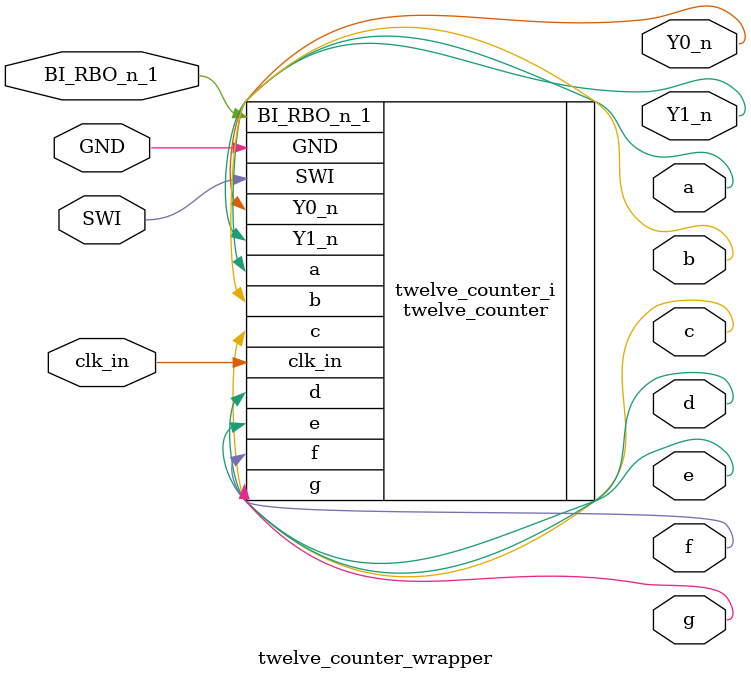
<source format=v>
`timescale 1 ps / 1 ps

module twelve_counter_wrapper
   (BI_RBO_n_1,
    GND,
    SWI,
    Y0_n,
    Y1_n,
    a,
    b,
    c,
    clk_in,
    d,
    e,
    f,
    g);
  inout BI_RBO_n_1;
  input GND;
  input SWI;
  output Y0_n;
  output Y1_n;
  output a;
  output b;
  output c;
  input clk_in;
  output d;
  output e;
  output f;
  output g;

  wire BI_RBO_n_1;
  wire GND;
  wire SWI;
  wire Y0_n;
  wire Y1_n;
  wire a;
  wire b;
  wire c;
  wire clk_in;
  wire d;
  wire e;
  wire f;
  wire g;

  twelve_counter twelve_counter_i
       (.BI_RBO_n_1(BI_RBO_n_1),
        .GND(GND),
        .SWI(SWI),
        .Y0_n(Y0_n),
        .Y1_n(Y1_n),
        .a(a),
        .b(b),
        .c(c),
        .clk_in(clk_in),
        .d(d),
        .e(e),
        .f(f),
        .g(g));
endmodule

</source>
